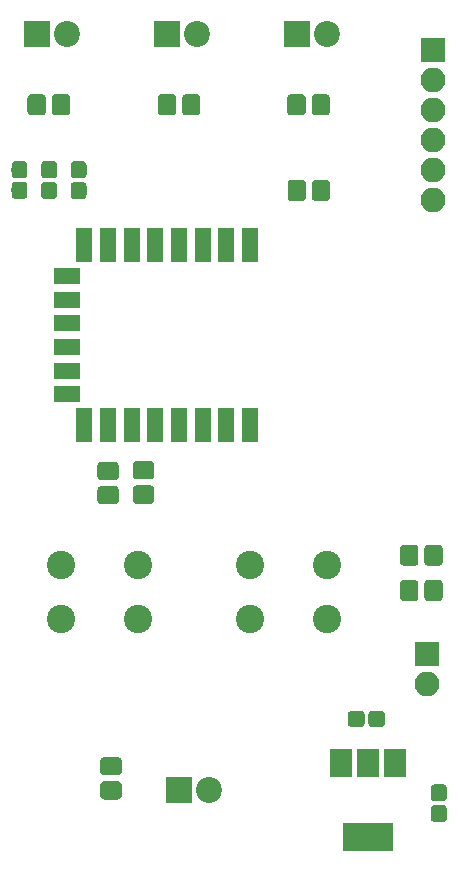
<source format=gbr>
G04 #@! TF.GenerationSoftware,KiCad,Pcbnew,(5.0.0)*
G04 #@! TF.CreationDate,2020-08-07T11:04:04-05:00*
G04 #@! TF.ProjectId,Church Controller,43687572636820436F6E74726F6C6C65,rev?*
G04 #@! TF.SameCoordinates,Original*
G04 #@! TF.FileFunction,Soldermask,Top*
G04 #@! TF.FilePolarity,Negative*
%FSLAX46Y46*%
G04 Gerber Fmt 4.6, Leading zero omitted, Abs format (unit mm)*
G04 Created by KiCad (PCBNEW (5.0.0)) date 08/07/20 11:04:04*
%MOMM*%
%LPD*%
G01*
G04 APERTURE LIST*
%ADD10C,0.100000*%
%ADD11C,1.350000*%
%ADD12R,2.200000X2.200000*%
%ADD13C,2.200000*%
%ADD14R,2.100000X2.100000*%
%ADD15O,2.100000X2.100000*%
%ADD16C,1.550000*%
%ADD17C,2.400000*%
%ADD18R,4.200000X2.400000*%
%ADD19R,1.900000X2.400000*%
%ADD20R,1.400000X2.900000*%
%ADD21R,2.200000X1.400000*%
G04 APERTURE END LIST*
D10*
G04 #@! TO.C,C1*
G36*
X144420581Y-118326625D02*
X144453343Y-118331485D01*
X144485471Y-118339533D01*
X144516656Y-118350691D01*
X144546596Y-118364852D01*
X144575005Y-118381879D01*
X144601608Y-118401609D01*
X144626149Y-118423851D01*
X144648391Y-118448392D01*
X144668121Y-118474995D01*
X144685148Y-118503404D01*
X144699309Y-118533344D01*
X144710467Y-118564529D01*
X144718515Y-118596657D01*
X144723375Y-118629419D01*
X144725000Y-118662500D01*
X144725000Y-119337500D01*
X144723375Y-119370581D01*
X144718515Y-119403343D01*
X144710467Y-119435471D01*
X144699309Y-119466656D01*
X144685148Y-119496596D01*
X144668121Y-119525005D01*
X144648391Y-119551608D01*
X144626149Y-119576149D01*
X144601608Y-119598391D01*
X144575005Y-119618121D01*
X144546596Y-119635148D01*
X144516656Y-119649309D01*
X144485471Y-119660467D01*
X144453343Y-119668515D01*
X144420581Y-119673375D01*
X144387500Y-119675000D01*
X143612500Y-119675000D01*
X143579419Y-119673375D01*
X143546657Y-119668515D01*
X143514529Y-119660467D01*
X143483344Y-119649309D01*
X143453404Y-119635148D01*
X143424995Y-119618121D01*
X143398392Y-119598391D01*
X143373851Y-119576149D01*
X143351609Y-119551608D01*
X143331879Y-119525005D01*
X143314852Y-119496596D01*
X143300691Y-119466656D01*
X143289533Y-119435471D01*
X143281485Y-119403343D01*
X143276625Y-119370581D01*
X143275000Y-119337500D01*
X143275000Y-118662500D01*
X143276625Y-118629419D01*
X143281485Y-118596657D01*
X143289533Y-118564529D01*
X143300691Y-118533344D01*
X143314852Y-118503404D01*
X143331879Y-118474995D01*
X143351609Y-118448392D01*
X143373851Y-118423851D01*
X143398392Y-118401609D01*
X143424995Y-118381879D01*
X143453404Y-118364852D01*
X143483344Y-118350691D01*
X143514529Y-118339533D01*
X143546657Y-118331485D01*
X143579419Y-118326625D01*
X143612500Y-118325000D01*
X144387500Y-118325000D01*
X144420581Y-118326625D01*
X144420581Y-118326625D01*
G37*
D11*
X144000000Y-119000000D03*
D10*
G36*
X146170581Y-118326625D02*
X146203343Y-118331485D01*
X146235471Y-118339533D01*
X146266656Y-118350691D01*
X146296596Y-118364852D01*
X146325005Y-118381879D01*
X146351608Y-118401609D01*
X146376149Y-118423851D01*
X146398391Y-118448392D01*
X146418121Y-118474995D01*
X146435148Y-118503404D01*
X146449309Y-118533344D01*
X146460467Y-118564529D01*
X146468515Y-118596657D01*
X146473375Y-118629419D01*
X146475000Y-118662500D01*
X146475000Y-119337500D01*
X146473375Y-119370581D01*
X146468515Y-119403343D01*
X146460467Y-119435471D01*
X146449309Y-119466656D01*
X146435148Y-119496596D01*
X146418121Y-119525005D01*
X146398391Y-119551608D01*
X146376149Y-119576149D01*
X146351608Y-119598391D01*
X146325005Y-119618121D01*
X146296596Y-119635148D01*
X146266656Y-119649309D01*
X146235471Y-119660467D01*
X146203343Y-119668515D01*
X146170581Y-119673375D01*
X146137500Y-119675000D01*
X145362500Y-119675000D01*
X145329419Y-119673375D01*
X145296657Y-119668515D01*
X145264529Y-119660467D01*
X145233344Y-119649309D01*
X145203404Y-119635148D01*
X145174995Y-119618121D01*
X145148392Y-119598391D01*
X145123851Y-119576149D01*
X145101609Y-119551608D01*
X145081879Y-119525005D01*
X145064852Y-119496596D01*
X145050691Y-119466656D01*
X145039533Y-119435471D01*
X145031485Y-119403343D01*
X145026625Y-119370581D01*
X145025000Y-119337500D01*
X145025000Y-118662500D01*
X145026625Y-118629419D01*
X145031485Y-118596657D01*
X145039533Y-118564529D01*
X145050691Y-118533344D01*
X145064852Y-118503404D01*
X145081879Y-118474995D01*
X145101609Y-118448392D01*
X145123851Y-118423851D01*
X145148392Y-118401609D01*
X145174995Y-118381879D01*
X145203404Y-118364852D01*
X145233344Y-118350691D01*
X145264529Y-118339533D01*
X145296657Y-118331485D01*
X145329419Y-118326625D01*
X145362500Y-118325000D01*
X146137500Y-118325000D01*
X146170581Y-118326625D01*
X146170581Y-118326625D01*
G37*
D11*
X145750000Y-119000000D03*
G04 #@! TD*
D10*
G04 #@! TO.C,C2*
G36*
X151370581Y-124526625D02*
X151403343Y-124531485D01*
X151435471Y-124539533D01*
X151466656Y-124550691D01*
X151496596Y-124564852D01*
X151525005Y-124581879D01*
X151551608Y-124601609D01*
X151576149Y-124623851D01*
X151598391Y-124648392D01*
X151618121Y-124674995D01*
X151635148Y-124703404D01*
X151649309Y-124733344D01*
X151660467Y-124764529D01*
X151668515Y-124796657D01*
X151673375Y-124829419D01*
X151675000Y-124862500D01*
X151675000Y-125637500D01*
X151673375Y-125670581D01*
X151668515Y-125703343D01*
X151660467Y-125735471D01*
X151649309Y-125766656D01*
X151635148Y-125796596D01*
X151618121Y-125825005D01*
X151598391Y-125851608D01*
X151576149Y-125876149D01*
X151551608Y-125898391D01*
X151525005Y-125918121D01*
X151496596Y-125935148D01*
X151466656Y-125949309D01*
X151435471Y-125960467D01*
X151403343Y-125968515D01*
X151370581Y-125973375D01*
X151337500Y-125975000D01*
X150662500Y-125975000D01*
X150629419Y-125973375D01*
X150596657Y-125968515D01*
X150564529Y-125960467D01*
X150533344Y-125949309D01*
X150503404Y-125935148D01*
X150474995Y-125918121D01*
X150448392Y-125898391D01*
X150423851Y-125876149D01*
X150401609Y-125851608D01*
X150381879Y-125825005D01*
X150364852Y-125796596D01*
X150350691Y-125766656D01*
X150339533Y-125735471D01*
X150331485Y-125703343D01*
X150326625Y-125670581D01*
X150325000Y-125637500D01*
X150325000Y-124862500D01*
X150326625Y-124829419D01*
X150331485Y-124796657D01*
X150339533Y-124764529D01*
X150350691Y-124733344D01*
X150364852Y-124703404D01*
X150381879Y-124674995D01*
X150401609Y-124648392D01*
X150423851Y-124623851D01*
X150448392Y-124601609D01*
X150474995Y-124581879D01*
X150503404Y-124564852D01*
X150533344Y-124550691D01*
X150564529Y-124539533D01*
X150596657Y-124531485D01*
X150629419Y-124526625D01*
X150662500Y-124525000D01*
X151337500Y-124525000D01*
X151370581Y-124526625D01*
X151370581Y-124526625D01*
G37*
D11*
X151000000Y-125250000D03*
D10*
G36*
X151370581Y-126276625D02*
X151403343Y-126281485D01*
X151435471Y-126289533D01*
X151466656Y-126300691D01*
X151496596Y-126314852D01*
X151525005Y-126331879D01*
X151551608Y-126351609D01*
X151576149Y-126373851D01*
X151598391Y-126398392D01*
X151618121Y-126424995D01*
X151635148Y-126453404D01*
X151649309Y-126483344D01*
X151660467Y-126514529D01*
X151668515Y-126546657D01*
X151673375Y-126579419D01*
X151675000Y-126612500D01*
X151675000Y-127387500D01*
X151673375Y-127420581D01*
X151668515Y-127453343D01*
X151660467Y-127485471D01*
X151649309Y-127516656D01*
X151635148Y-127546596D01*
X151618121Y-127575005D01*
X151598391Y-127601608D01*
X151576149Y-127626149D01*
X151551608Y-127648391D01*
X151525005Y-127668121D01*
X151496596Y-127685148D01*
X151466656Y-127699309D01*
X151435471Y-127710467D01*
X151403343Y-127718515D01*
X151370581Y-127723375D01*
X151337500Y-127725000D01*
X150662500Y-127725000D01*
X150629419Y-127723375D01*
X150596657Y-127718515D01*
X150564529Y-127710467D01*
X150533344Y-127699309D01*
X150503404Y-127685148D01*
X150474995Y-127668121D01*
X150448392Y-127648391D01*
X150423851Y-127626149D01*
X150401609Y-127601608D01*
X150381879Y-127575005D01*
X150364852Y-127546596D01*
X150350691Y-127516656D01*
X150339533Y-127485471D01*
X150331485Y-127453343D01*
X150326625Y-127420581D01*
X150325000Y-127387500D01*
X150325000Y-126612500D01*
X150326625Y-126579419D01*
X150331485Y-126546657D01*
X150339533Y-126514529D01*
X150350691Y-126483344D01*
X150364852Y-126453404D01*
X150381879Y-126424995D01*
X150401609Y-126398392D01*
X150423851Y-126373851D01*
X150448392Y-126351609D01*
X150474995Y-126331879D01*
X150503404Y-126314852D01*
X150533344Y-126300691D01*
X150564529Y-126289533D01*
X150596657Y-126281485D01*
X150629419Y-126276625D01*
X150662500Y-126275000D01*
X151337500Y-126275000D01*
X151370581Y-126276625D01*
X151370581Y-126276625D01*
G37*
D11*
X151000000Y-127000000D03*
G04 #@! TD*
D10*
G04 #@! TO.C,C3*
G36*
X120870581Y-71776625D02*
X120903343Y-71781485D01*
X120935471Y-71789533D01*
X120966656Y-71800691D01*
X120996596Y-71814852D01*
X121025005Y-71831879D01*
X121051608Y-71851609D01*
X121076149Y-71873851D01*
X121098391Y-71898392D01*
X121118121Y-71924995D01*
X121135148Y-71953404D01*
X121149309Y-71983344D01*
X121160467Y-72014529D01*
X121168515Y-72046657D01*
X121173375Y-72079419D01*
X121175000Y-72112500D01*
X121175000Y-72887500D01*
X121173375Y-72920581D01*
X121168515Y-72953343D01*
X121160467Y-72985471D01*
X121149309Y-73016656D01*
X121135148Y-73046596D01*
X121118121Y-73075005D01*
X121098391Y-73101608D01*
X121076149Y-73126149D01*
X121051608Y-73148391D01*
X121025005Y-73168121D01*
X120996596Y-73185148D01*
X120966656Y-73199309D01*
X120935471Y-73210467D01*
X120903343Y-73218515D01*
X120870581Y-73223375D01*
X120837500Y-73225000D01*
X120162500Y-73225000D01*
X120129419Y-73223375D01*
X120096657Y-73218515D01*
X120064529Y-73210467D01*
X120033344Y-73199309D01*
X120003404Y-73185148D01*
X119974995Y-73168121D01*
X119948392Y-73148391D01*
X119923851Y-73126149D01*
X119901609Y-73101608D01*
X119881879Y-73075005D01*
X119864852Y-73046596D01*
X119850691Y-73016656D01*
X119839533Y-72985471D01*
X119831485Y-72953343D01*
X119826625Y-72920581D01*
X119825000Y-72887500D01*
X119825000Y-72112500D01*
X119826625Y-72079419D01*
X119831485Y-72046657D01*
X119839533Y-72014529D01*
X119850691Y-71983344D01*
X119864852Y-71953404D01*
X119881879Y-71924995D01*
X119901609Y-71898392D01*
X119923851Y-71873851D01*
X119948392Y-71851609D01*
X119974995Y-71831879D01*
X120003404Y-71814852D01*
X120033344Y-71800691D01*
X120064529Y-71789533D01*
X120096657Y-71781485D01*
X120129419Y-71776625D01*
X120162500Y-71775000D01*
X120837500Y-71775000D01*
X120870581Y-71776625D01*
X120870581Y-71776625D01*
G37*
D11*
X120500000Y-72500000D03*
D10*
G36*
X120870581Y-73526625D02*
X120903343Y-73531485D01*
X120935471Y-73539533D01*
X120966656Y-73550691D01*
X120996596Y-73564852D01*
X121025005Y-73581879D01*
X121051608Y-73601609D01*
X121076149Y-73623851D01*
X121098391Y-73648392D01*
X121118121Y-73674995D01*
X121135148Y-73703404D01*
X121149309Y-73733344D01*
X121160467Y-73764529D01*
X121168515Y-73796657D01*
X121173375Y-73829419D01*
X121175000Y-73862500D01*
X121175000Y-74637500D01*
X121173375Y-74670581D01*
X121168515Y-74703343D01*
X121160467Y-74735471D01*
X121149309Y-74766656D01*
X121135148Y-74796596D01*
X121118121Y-74825005D01*
X121098391Y-74851608D01*
X121076149Y-74876149D01*
X121051608Y-74898391D01*
X121025005Y-74918121D01*
X120996596Y-74935148D01*
X120966656Y-74949309D01*
X120935471Y-74960467D01*
X120903343Y-74968515D01*
X120870581Y-74973375D01*
X120837500Y-74975000D01*
X120162500Y-74975000D01*
X120129419Y-74973375D01*
X120096657Y-74968515D01*
X120064529Y-74960467D01*
X120033344Y-74949309D01*
X120003404Y-74935148D01*
X119974995Y-74918121D01*
X119948392Y-74898391D01*
X119923851Y-74876149D01*
X119901609Y-74851608D01*
X119881879Y-74825005D01*
X119864852Y-74796596D01*
X119850691Y-74766656D01*
X119839533Y-74735471D01*
X119831485Y-74703343D01*
X119826625Y-74670581D01*
X119825000Y-74637500D01*
X119825000Y-73862500D01*
X119826625Y-73829419D01*
X119831485Y-73796657D01*
X119839533Y-73764529D01*
X119850691Y-73733344D01*
X119864852Y-73703404D01*
X119881879Y-73674995D01*
X119901609Y-73648392D01*
X119923851Y-73623851D01*
X119948392Y-73601609D01*
X119974995Y-73581879D01*
X120003404Y-73564852D01*
X120033344Y-73550691D01*
X120064529Y-73539533D01*
X120096657Y-73531485D01*
X120129419Y-73526625D01*
X120162500Y-73525000D01*
X120837500Y-73525000D01*
X120870581Y-73526625D01*
X120870581Y-73526625D01*
G37*
D11*
X120500000Y-74250000D03*
G04 #@! TD*
D10*
G04 #@! TO.C,C4*
G36*
X118370581Y-73526625D02*
X118403343Y-73531485D01*
X118435471Y-73539533D01*
X118466656Y-73550691D01*
X118496596Y-73564852D01*
X118525005Y-73581879D01*
X118551608Y-73601609D01*
X118576149Y-73623851D01*
X118598391Y-73648392D01*
X118618121Y-73674995D01*
X118635148Y-73703404D01*
X118649309Y-73733344D01*
X118660467Y-73764529D01*
X118668515Y-73796657D01*
X118673375Y-73829419D01*
X118675000Y-73862500D01*
X118675000Y-74637500D01*
X118673375Y-74670581D01*
X118668515Y-74703343D01*
X118660467Y-74735471D01*
X118649309Y-74766656D01*
X118635148Y-74796596D01*
X118618121Y-74825005D01*
X118598391Y-74851608D01*
X118576149Y-74876149D01*
X118551608Y-74898391D01*
X118525005Y-74918121D01*
X118496596Y-74935148D01*
X118466656Y-74949309D01*
X118435471Y-74960467D01*
X118403343Y-74968515D01*
X118370581Y-74973375D01*
X118337500Y-74975000D01*
X117662500Y-74975000D01*
X117629419Y-74973375D01*
X117596657Y-74968515D01*
X117564529Y-74960467D01*
X117533344Y-74949309D01*
X117503404Y-74935148D01*
X117474995Y-74918121D01*
X117448392Y-74898391D01*
X117423851Y-74876149D01*
X117401609Y-74851608D01*
X117381879Y-74825005D01*
X117364852Y-74796596D01*
X117350691Y-74766656D01*
X117339533Y-74735471D01*
X117331485Y-74703343D01*
X117326625Y-74670581D01*
X117325000Y-74637500D01*
X117325000Y-73862500D01*
X117326625Y-73829419D01*
X117331485Y-73796657D01*
X117339533Y-73764529D01*
X117350691Y-73733344D01*
X117364852Y-73703404D01*
X117381879Y-73674995D01*
X117401609Y-73648392D01*
X117423851Y-73623851D01*
X117448392Y-73601609D01*
X117474995Y-73581879D01*
X117503404Y-73564852D01*
X117533344Y-73550691D01*
X117564529Y-73539533D01*
X117596657Y-73531485D01*
X117629419Y-73526625D01*
X117662500Y-73525000D01*
X118337500Y-73525000D01*
X118370581Y-73526625D01*
X118370581Y-73526625D01*
G37*
D11*
X118000000Y-74250000D03*
D10*
G36*
X118370581Y-71776625D02*
X118403343Y-71781485D01*
X118435471Y-71789533D01*
X118466656Y-71800691D01*
X118496596Y-71814852D01*
X118525005Y-71831879D01*
X118551608Y-71851609D01*
X118576149Y-71873851D01*
X118598391Y-71898392D01*
X118618121Y-71924995D01*
X118635148Y-71953404D01*
X118649309Y-71983344D01*
X118660467Y-72014529D01*
X118668515Y-72046657D01*
X118673375Y-72079419D01*
X118675000Y-72112500D01*
X118675000Y-72887500D01*
X118673375Y-72920581D01*
X118668515Y-72953343D01*
X118660467Y-72985471D01*
X118649309Y-73016656D01*
X118635148Y-73046596D01*
X118618121Y-73075005D01*
X118598391Y-73101608D01*
X118576149Y-73126149D01*
X118551608Y-73148391D01*
X118525005Y-73168121D01*
X118496596Y-73185148D01*
X118466656Y-73199309D01*
X118435471Y-73210467D01*
X118403343Y-73218515D01*
X118370581Y-73223375D01*
X118337500Y-73225000D01*
X117662500Y-73225000D01*
X117629419Y-73223375D01*
X117596657Y-73218515D01*
X117564529Y-73210467D01*
X117533344Y-73199309D01*
X117503404Y-73185148D01*
X117474995Y-73168121D01*
X117448392Y-73148391D01*
X117423851Y-73126149D01*
X117401609Y-73101608D01*
X117381879Y-73075005D01*
X117364852Y-73046596D01*
X117350691Y-73016656D01*
X117339533Y-72985471D01*
X117331485Y-72953343D01*
X117326625Y-72920581D01*
X117325000Y-72887500D01*
X117325000Y-72112500D01*
X117326625Y-72079419D01*
X117331485Y-72046657D01*
X117339533Y-72014529D01*
X117350691Y-71983344D01*
X117364852Y-71953404D01*
X117381879Y-71924995D01*
X117401609Y-71898392D01*
X117423851Y-71873851D01*
X117448392Y-71851609D01*
X117474995Y-71831879D01*
X117503404Y-71814852D01*
X117533344Y-71800691D01*
X117564529Y-71789533D01*
X117596657Y-71781485D01*
X117629419Y-71776625D01*
X117662500Y-71775000D01*
X118337500Y-71775000D01*
X118370581Y-71776625D01*
X118370581Y-71776625D01*
G37*
D11*
X118000000Y-72500000D03*
G04 #@! TD*
D10*
G04 #@! TO.C,C5*
G36*
X115870581Y-71774460D02*
X115903343Y-71779320D01*
X115935471Y-71787368D01*
X115966656Y-71798526D01*
X115996596Y-71812687D01*
X116025005Y-71829714D01*
X116051608Y-71849444D01*
X116076149Y-71871686D01*
X116098391Y-71896227D01*
X116118121Y-71922830D01*
X116135148Y-71951239D01*
X116149309Y-71981179D01*
X116160467Y-72012364D01*
X116168515Y-72044492D01*
X116173375Y-72077254D01*
X116175000Y-72110335D01*
X116175000Y-72885335D01*
X116173375Y-72918416D01*
X116168515Y-72951178D01*
X116160467Y-72983306D01*
X116149309Y-73014491D01*
X116135148Y-73044431D01*
X116118121Y-73072840D01*
X116098391Y-73099443D01*
X116076149Y-73123984D01*
X116051608Y-73146226D01*
X116025005Y-73165956D01*
X115996596Y-73182983D01*
X115966656Y-73197144D01*
X115935471Y-73208302D01*
X115903343Y-73216350D01*
X115870581Y-73221210D01*
X115837500Y-73222835D01*
X115162500Y-73222835D01*
X115129419Y-73221210D01*
X115096657Y-73216350D01*
X115064529Y-73208302D01*
X115033344Y-73197144D01*
X115003404Y-73182983D01*
X114974995Y-73165956D01*
X114948392Y-73146226D01*
X114923851Y-73123984D01*
X114901609Y-73099443D01*
X114881879Y-73072840D01*
X114864852Y-73044431D01*
X114850691Y-73014491D01*
X114839533Y-72983306D01*
X114831485Y-72951178D01*
X114826625Y-72918416D01*
X114825000Y-72885335D01*
X114825000Y-72110335D01*
X114826625Y-72077254D01*
X114831485Y-72044492D01*
X114839533Y-72012364D01*
X114850691Y-71981179D01*
X114864852Y-71951239D01*
X114881879Y-71922830D01*
X114901609Y-71896227D01*
X114923851Y-71871686D01*
X114948392Y-71849444D01*
X114974995Y-71829714D01*
X115003404Y-71812687D01*
X115033344Y-71798526D01*
X115064529Y-71787368D01*
X115096657Y-71779320D01*
X115129419Y-71774460D01*
X115162500Y-71772835D01*
X115837500Y-71772835D01*
X115870581Y-71774460D01*
X115870581Y-71774460D01*
G37*
D11*
X115500000Y-72497835D03*
D10*
G36*
X115870581Y-73524460D02*
X115903343Y-73529320D01*
X115935471Y-73537368D01*
X115966656Y-73548526D01*
X115996596Y-73562687D01*
X116025005Y-73579714D01*
X116051608Y-73599444D01*
X116076149Y-73621686D01*
X116098391Y-73646227D01*
X116118121Y-73672830D01*
X116135148Y-73701239D01*
X116149309Y-73731179D01*
X116160467Y-73762364D01*
X116168515Y-73794492D01*
X116173375Y-73827254D01*
X116175000Y-73860335D01*
X116175000Y-74635335D01*
X116173375Y-74668416D01*
X116168515Y-74701178D01*
X116160467Y-74733306D01*
X116149309Y-74764491D01*
X116135148Y-74794431D01*
X116118121Y-74822840D01*
X116098391Y-74849443D01*
X116076149Y-74873984D01*
X116051608Y-74896226D01*
X116025005Y-74915956D01*
X115996596Y-74932983D01*
X115966656Y-74947144D01*
X115935471Y-74958302D01*
X115903343Y-74966350D01*
X115870581Y-74971210D01*
X115837500Y-74972835D01*
X115162500Y-74972835D01*
X115129419Y-74971210D01*
X115096657Y-74966350D01*
X115064529Y-74958302D01*
X115033344Y-74947144D01*
X115003404Y-74932983D01*
X114974995Y-74915956D01*
X114948392Y-74896226D01*
X114923851Y-74873984D01*
X114901609Y-74849443D01*
X114881879Y-74822840D01*
X114864852Y-74794431D01*
X114850691Y-74764491D01*
X114839533Y-74733306D01*
X114831485Y-74701178D01*
X114826625Y-74668416D01*
X114825000Y-74635335D01*
X114825000Y-73860335D01*
X114826625Y-73827254D01*
X114831485Y-73794492D01*
X114839533Y-73762364D01*
X114850691Y-73731179D01*
X114864852Y-73701239D01*
X114881879Y-73672830D01*
X114901609Y-73646227D01*
X114923851Y-73621686D01*
X114948392Y-73599444D01*
X114974995Y-73579714D01*
X115003404Y-73562687D01*
X115033344Y-73548526D01*
X115064529Y-73537368D01*
X115096657Y-73529320D01*
X115129419Y-73524460D01*
X115162500Y-73522835D01*
X115837500Y-73522835D01*
X115870581Y-73524460D01*
X115870581Y-73524460D01*
G37*
D11*
X115500000Y-74247835D03*
G04 #@! TD*
D12*
G04 #@! TO.C,D1*
X117000000Y-61000000D03*
D13*
X119540000Y-61000000D03*
G04 #@! TD*
D12*
G04 #@! TO.C,D2*
X128000000Y-61000000D03*
D13*
X130540000Y-61000000D03*
G04 #@! TD*
G04 #@! TO.C,D3*
X141540000Y-61000000D03*
D12*
X139000000Y-61000000D03*
G04 #@! TD*
D13*
G04 #@! TO.C,D4*
X131540000Y-125000000D03*
D12*
X129000000Y-125000000D03*
G04 #@! TD*
D14*
G04 #@! TO.C,J1*
X150000000Y-113460000D03*
D15*
X150000000Y-116000000D03*
G04 #@! TD*
D10*
G04 #@! TO.C,R1*
G36*
X139446071Y-73351623D02*
X139478781Y-73356475D01*
X139510857Y-73364509D01*
X139541991Y-73375649D01*
X139571884Y-73389787D01*
X139600247Y-73406787D01*
X139626807Y-73426485D01*
X139651308Y-73448692D01*
X139673515Y-73473193D01*
X139693213Y-73499753D01*
X139710213Y-73528116D01*
X139724351Y-73558009D01*
X139735491Y-73589143D01*
X139743525Y-73621219D01*
X139748377Y-73653929D01*
X139750000Y-73686956D01*
X139750000Y-74813044D01*
X139748377Y-74846071D01*
X139743525Y-74878781D01*
X139735491Y-74910857D01*
X139724351Y-74941991D01*
X139710213Y-74971884D01*
X139693213Y-75000247D01*
X139673515Y-75026807D01*
X139651308Y-75051308D01*
X139626807Y-75073515D01*
X139600247Y-75093213D01*
X139571884Y-75110213D01*
X139541991Y-75124351D01*
X139510857Y-75135491D01*
X139478781Y-75143525D01*
X139446071Y-75148377D01*
X139413044Y-75150000D01*
X138536956Y-75150000D01*
X138503929Y-75148377D01*
X138471219Y-75143525D01*
X138439143Y-75135491D01*
X138408009Y-75124351D01*
X138378116Y-75110213D01*
X138349753Y-75093213D01*
X138323193Y-75073515D01*
X138298692Y-75051308D01*
X138276485Y-75026807D01*
X138256787Y-75000247D01*
X138239787Y-74971884D01*
X138225649Y-74941991D01*
X138214509Y-74910857D01*
X138206475Y-74878781D01*
X138201623Y-74846071D01*
X138200000Y-74813044D01*
X138200000Y-73686956D01*
X138201623Y-73653929D01*
X138206475Y-73621219D01*
X138214509Y-73589143D01*
X138225649Y-73558009D01*
X138239787Y-73528116D01*
X138256787Y-73499753D01*
X138276485Y-73473193D01*
X138298692Y-73448692D01*
X138323193Y-73426485D01*
X138349753Y-73406787D01*
X138378116Y-73389787D01*
X138408009Y-73375649D01*
X138439143Y-73364509D01*
X138471219Y-73356475D01*
X138503929Y-73351623D01*
X138536956Y-73350000D01*
X139413044Y-73350000D01*
X139446071Y-73351623D01*
X139446071Y-73351623D01*
G37*
D16*
X138975000Y-74250000D03*
D10*
G36*
X141496071Y-73351623D02*
X141528781Y-73356475D01*
X141560857Y-73364509D01*
X141591991Y-73375649D01*
X141621884Y-73389787D01*
X141650247Y-73406787D01*
X141676807Y-73426485D01*
X141701308Y-73448692D01*
X141723515Y-73473193D01*
X141743213Y-73499753D01*
X141760213Y-73528116D01*
X141774351Y-73558009D01*
X141785491Y-73589143D01*
X141793525Y-73621219D01*
X141798377Y-73653929D01*
X141800000Y-73686956D01*
X141800000Y-74813044D01*
X141798377Y-74846071D01*
X141793525Y-74878781D01*
X141785491Y-74910857D01*
X141774351Y-74941991D01*
X141760213Y-74971884D01*
X141743213Y-75000247D01*
X141723515Y-75026807D01*
X141701308Y-75051308D01*
X141676807Y-75073515D01*
X141650247Y-75093213D01*
X141621884Y-75110213D01*
X141591991Y-75124351D01*
X141560857Y-75135491D01*
X141528781Y-75143525D01*
X141496071Y-75148377D01*
X141463044Y-75150000D01*
X140586956Y-75150000D01*
X140553929Y-75148377D01*
X140521219Y-75143525D01*
X140489143Y-75135491D01*
X140458009Y-75124351D01*
X140428116Y-75110213D01*
X140399753Y-75093213D01*
X140373193Y-75073515D01*
X140348692Y-75051308D01*
X140326485Y-75026807D01*
X140306787Y-75000247D01*
X140289787Y-74971884D01*
X140275649Y-74941991D01*
X140264509Y-74910857D01*
X140256475Y-74878781D01*
X140251623Y-74846071D01*
X140250000Y-74813044D01*
X140250000Y-73686956D01*
X140251623Y-73653929D01*
X140256475Y-73621219D01*
X140264509Y-73589143D01*
X140275649Y-73558009D01*
X140289787Y-73528116D01*
X140306787Y-73499753D01*
X140326485Y-73473193D01*
X140348692Y-73448692D01*
X140373193Y-73426485D01*
X140399753Y-73406787D01*
X140428116Y-73389787D01*
X140458009Y-73375649D01*
X140489143Y-73364509D01*
X140521219Y-73356475D01*
X140553929Y-73351623D01*
X140586956Y-73350000D01*
X141463044Y-73350000D01*
X141496071Y-73351623D01*
X141496071Y-73351623D01*
G37*
D16*
X141025000Y-74250000D03*
G04 #@! TD*
D10*
G04 #@! TO.C,R3*
G36*
X123596071Y-97226623D02*
X123628781Y-97231475D01*
X123660857Y-97239509D01*
X123691991Y-97250649D01*
X123721884Y-97264787D01*
X123750247Y-97281787D01*
X123776807Y-97301485D01*
X123801308Y-97323692D01*
X123823515Y-97348193D01*
X123843213Y-97374753D01*
X123860213Y-97403116D01*
X123874351Y-97433009D01*
X123885491Y-97464143D01*
X123893525Y-97496219D01*
X123898377Y-97528929D01*
X123900000Y-97561956D01*
X123900000Y-98438044D01*
X123898377Y-98471071D01*
X123893525Y-98503781D01*
X123885491Y-98535857D01*
X123874351Y-98566991D01*
X123860213Y-98596884D01*
X123843213Y-98625247D01*
X123823515Y-98651807D01*
X123801308Y-98676308D01*
X123776807Y-98698515D01*
X123750247Y-98718213D01*
X123721884Y-98735213D01*
X123691991Y-98749351D01*
X123660857Y-98760491D01*
X123628781Y-98768525D01*
X123596071Y-98773377D01*
X123563044Y-98775000D01*
X122436956Y-98775000D01*
X122403929Y-98773377D01*
X122371219Y-98768525D01*
X122339143Y-98760491D01*
X122308009Y-98749351D01*
X122278116Y-98735213D01*
X122249753Y-98718213D01*
X122223193Y-98698515D01*
X122198692Y-98676308D01*
X122176485Y-98651807D01*
X122156787Y-98625247D01*
X122139787Y-98596884D01*
X122125649Y-98566991D01*
X122114509Y-98535857D01*
X122106475Y-98503781D01*
X122101623Y-98471071D01*
X122100000Y-98438044D01*
X122100000Y-97561956D01*
X122101623Y-97528929D01*
X122106475Y-97496219D01*
X122114509Y-97464143D01*
X122125649Y-97433009D01*
X122139787Y-97403116D01*
X122156787Y-97374753D01*
X122176485Y-97348193D01*
X122198692Y-97323692D01*
X122223193Y-97301485D01*
X122249753Y-97281787D01*
X122278116Y-97264787D01*
X122308009Y-97250649D01*
X122339143Y-97239509D01*
X122371219Y-97231475D01*
X122403929Y-97226623D01*
X122436956Y-97225000D01*
X123563044Y-97225000D01*
X123596071Y-97226623D01*
X123596071Y-97226623D01*
G37*
D16*
X123000000Y-98000000D03*
D10*
G36*
X123596071Y-99276623D02*
X123628781Y-99281475D01*
X123660857Y-99289509D01*
X123691991Y-99300649D01*
X123721884Y-99314787D01*
X123750247Y-99331787D01*
X123776807Y-99351485D01*
X123801308Y-99373692D01*
X123823515Y-99398193D01*
X123843213Y-99424753D01*
X123860213Y-99453116D01*
X123874351Y-99483009D01*
X123885491Y-99514143D01*
X123893525Y-99546219D01*
X123898377Y-99578929D01*
X123900000Y-99611956D01*
X123900000Y-100488044D01*
X123898377Y-100521071D01*
X123893525Y-100553781D01*
X123885491Y-100585857D01*
X123874351Y-100616991D01*
X123860213Y-100646884D01*
X123843213Y-100675247D01*
X123823515Y-100701807D01*
X123801308Y-100726308D01*
X123776807Y-100748515D01*
X123750247Y-100768213D01*
X123721884Y-100785213D01*
X123691991Y-100799351D01*
X123660857Y-100810491D01*
X123628781Y-100818525D01*
X123596071Y-100823377D01*
X123563044Y-100825000D01*
X122436956Y-100825000D01*
X122403929Y-100823377D01*
X122371219Y-100818525D01*
X122339143Y-100810491D01*
X122308009Y-100799351D01*
X122278116Y-100785213D01*
X122249753Y-100768213D01*
X122223193Y-100748515D01*
X122198692Y-100726308D01*
X122176485Y-100701807D01*
X122156787Y-100675247D01*
X122139787Y-100646884D01*
X122125649Y-100616991D01*
X122114509Y-100585857D01*
X122106475Y-100553781D01*
X122101623Y-100521071D01*
X122100000Y-100488044D01*
X122100000Y-99611956D01*
X122101623Y-99578929D01*
X122106475Y-99546219D01*
X122114509Y-99514143D01*
X122125649Y-99483009D01*
X122139787Y-99453116D01*
X122156787Y-99424753D01*
X122176485Y-99398193D01*
X122198692Y-99373692D01*
X122223193Y-99351485D01*
X122249753Y-99331787D01*
X122278116Y-99314787D01*
X122308009Y-99300649D01*
X122339143Y-99289509D01*
X122371219Y-99281475D01*
X122403929Y-99276623D01*
X122436956Y-99275000D01*
X123563044Y-99275000D01*
X123596071Y-99276623D01*
X123596071Y-99276623D01*
G37*
D16*
X123000000Y-100050000D03*
G04 #@! TD*
D10*
G04 #@! TO.C,R4*
G36*
X126596071Y-99226623D02*
X126628781Y-99231475D01*
X126660857Y-99239509D01*
X126691991Y-99250649D01*
X126721884Y-99264787D01*
X126750247Y-99281787D01*
X126776807Y-99301485D01*
X126801308Y-99323692D01*
X126823515Y-99348193D01*
X126843213Y-99374753D01*
X126860213Y-99403116D01*
X126874351Y-99433009D01*
X126885491Y-99464143D01*
X126893525Y-99496219D01*
X126898377Y-99528929D01*
X126900000Y-99561956D01*
X126900000Y-100438044D01*
X126898377Y-100471071D01*
X126893525Y-100503781D01*
X126885491Y-100535857D01*
X126874351Y-100566991D01*
X126860213Y-100596884D01*
X126843213Y-100625247D01*
X126823515Y-100651807D01*
X126801308Y-100676308D01*
X126776807Y-100698515D01*
X126750247Y-100718213D01*
X126721884Y-100735213D01*
X126691991Y-100749351D01*
X126660857Y-100760491D01*
X126628781Y-100768525D01*
X126596071Y-100773377D01*
X126563044Y-100775000D01*
X125436956Y-100775000D01*
X125403929Y-100773377D01*
X125371219Y-100768525D01*
X125339143Y-100760491D01*
X125308009Y-100749351D01*
X125278116Y-100735213D01*
X125249753Y-100718213D01*
X125223193Y-100698515D01*
X125198692Y-100676308D01*
X125176485Y-100651807D01*
X125156787Y-100625247D01*
X125139787Y-100596884D01*
X125125649Y-100566991D01*
X125114509Y-100535857D01*
X125106475Y-100503781D01*
X125101623Y-100471071D01*
X125100000Y-100438044D01*
X125100000Y-99561956D01*
X125101623Y-99528929D01*
X125106475Y-99496219D01*
X125114509Y-99464143D01*
X125125649Y-99433009D01*
X125139787Y-99403116D01*
X125156787Y-99374753D01*
X125176485Y-99348193D01*
X125198692Y-99323692D01*
X125223193Y-99301485D01*
X125249753Y-99281787D01*
X125278116Y-99264787D01*
X125308009Y-99250649D01*
X125339143Y-99239509D01*
X125371219Y-99231475D01*
X125403929Y-99226623D01*
X125436956Y-99225000D01*
X126563044Y-99225000D01*
X126596071Y-99226623D01*
X126596071Y-99226623D01*
G37*
D16*
X126000000Y-100000000D03*
D10*
G36*
X126596071Y-97176623D02*
X126628781Y-97181475D01*
X126660857Y-97189509D01*
X126691991Y-97200649D01*
X126721884Y-97214787D01*
X126750247Y-97231787D01*
X126776807Y-97251485D01*
X126801308Y-97273692D01*
X126823515Y-97298193D01*
X126843213Y-97324753D01*
X126860213Y-97353116D01*
X126874351Y-97383009D01*
X126885491Y-97414143D01*
X126893525Y-97446219D01*
X126898377Y-97478929D01*
X126900000Y-97511956D01*
X126900000Y-98388044D01*
X126898377Y-98421071D01*
X126893525Y-98453781D01*
X126885491Y-98485857D01*
X126874351Y-98516991D01*
X126860213Y-98546884D01*
X126843213Y-98575247D01*
X126823515Y-98601807D01*
X126801308Y-98626308D01*
X126776807Y-98648515D01*
X126750247Y-98668213D01*
X126721884Y-98685213D01*
X126691991Y-98699351D01*
X126660857Y-98710491D01*
X126628781Y-98718525D01*
X126596071Y-98723377D01*
X126563044Y-98725000D01*
X125436956Y-98725000D01*
X125403929Y-98723377D01*
X125371219Y-98718525D01*
X125339143Y-98710491D01*
X125308009Y-98699351D01*
X125278116Y-98685213D01*
X125249753Y-98668213D01*
X125223193Y-98648515D01*
X125198692Y-98626308D01*
X125176485Y-98601807D01*
X125156787Y-98575247D01*
X125139787Y-98546884D01*
X125125649Y-98516991D01*
X125114509Y-98485857D01*
X125106475Y-98453781D01*
X125101623Y-98421071D01*
X125100000Y-98388044D01*
X125100000Y-97511956D01*
X125101623Y-97478929D01*
X125106475Y-97446219D01*
X125114509Y-97414143D01*
X125125649Y-97383009D01*
X125139787Y-97353116D01*
X125156787Y-97324753D01*
X125176485Y-97298193D01*
X125198692Y-97273692D01*
X125223193Y-97251485D01*
X125249753Y-97231787D01*
X125278116Y-97214787D01*
X125308009Y-97200649D01*
X125339143Y-97189509D01*
X125371219Y-97181475D01*
X125403929Y-97176623D01*
X125436956Y-97175000D01*
X126563044Y-97175000D01*
X126596071Y-97176623D01*
X126596071Y-97176623D01*
G37*
D16*
X126000000Y-97950000D03*
G04 #@! TD*
D10*
G04 #@! TO.C,R5*
G36*
X117421071Y-66101623D02*
X117453781Y-66106475D01*
X117485857Y-66114509D01*
X117516991Y-66125649D01*
X117546884Y-66139787D01*
X117575247Y-66156787D01*
X117601807Y-66176485D01*
X117626308Y-66198692D01*
X117648515Y-66223193D01*
X117668213Y-66249753D01*
X117685213Y-66278116D01*
X117699351Y-66308009D01*
X117710491Y-66339143D01*
X117718525Y-66371219D01*
X117723377Y-66403929D01*
X117725000Y-66436956D01*
X117725000Y-67563044D01*
X117723377Y-67596071D01*
X117718525Y-67628781D01*
X117710491Y-67660857D01*
X117699351Y-67691991D01*
X117685213Y-67721884D01*
X117668213Y-67750247D01*
X117648515Y-67776807D01*
X117626308Y-67801308D01*
X117601807Y-67823515D01*
X117575247Y-67843213D01*
X117546884Y-67860213D01*
X117516991Y-67874351D01*
X117485857Y-67885491D01*
X117453781Y-67893525D01*
X117421071Y-67898377D01*
X117388044Y-67900000D01*
X116511956Y-67900000D01*
X116478929Y-67898377D01*
X116446219Y-67893525D01*
X116414143Y-67885491D01*
X116383009Y-67874351D01*
X116353116Y-67860213D01*
X116324753Y-67843213D01*
X116298193Y-67823515D01*
X116273692Y-67801308D01*
X116251485Y-67776807D01*
X116231787Y-67750247D01*
X116214787Y-67721884D01*
X116200649Y-67691991D01*
X116189509Y-67660857D01*
X116181475Y-67628781D01*
X116176623Y-67596071D01*
X116175000Y-67563044D01*
X116175000Y-66436956D01*
X116176623Y-66403929D01*
X116181475Y-66371219D01*
X116189509Y-66339143D01*
X116200649Y-66308009D01*
X116214787Y-66278116D01*
X116231787Y-66249753D01*
X116251485Y-66223193D01*
X116273692Y-66198692D01*
X116298193Y-66176485D01*
X116324753Y-66156787D01*
X116353116Y-66139787D01*
X116383009Y-66125649D01*
X116414143Y-66114509D01*
X116446219Y-66106475D01*
X116478929Y-66101623D01*
X116511956Y-66100000D01*
X117388044Y-66100000D01*
X117421071Y-66101623D01*
X117421071Y-66101623D01*
G37*
D16*
X116950000Y-67000000D03*
D10*
G36*
X119471071Y-66101623D02*
X119503781Y-66106475D01*
X119535857Y-66114509D01*
X119566991Y-66125649D01*
X119596884Y-66139787D01*
X119625247Y-66156787D01*
X119651807Y-66176485D01*
X119676308Y-66198692D01*
X119698515Y-66223193D01*
X119718213Y-66249753D01*
X119735213Y-66278116D01*
X119749351Y-66308009D01*
X119760491Y-66339143D01*
X119768525Y-66371219D01*
X119773377Y-66403929D01*
X119775000Y-66436956D01*
X119775000Y-67563044D01*
X119773377Y-67596071D01*
X119768525Y-67628781D01*
X119760491Y-67660857D01*
X119749351Y-67691991D01*
X119735213Y-67721884D01*
X119718213Y-67750247D01*
X119698515Y-67776807D01*
X119676308Y-67801308D01*
X119651807Y-67823515D01*
X119625247Y-67843213D01*
X119596884Y-67860213D01*
X119566991Y-67874351D01*
X119535857Y-67885491D01*
X119503781Y-67893525D01*
X119471071Y-67898377D01*
X119438044Y-67900000D01*
X118561956Y-67900000D01*
X118528929Y-67898377D01*
X118496219Y-67893525D01*
X118464143Y-67885491D01*
X118433009Y-67874351D01*
X118403116Y-67860213D01*
X118374753Y-67843213D01*
X118348193Y-67823515D01*
X118323692Y-67801308D01*
X118301485Y-67776807D01*
X118281787Y-67750247D01*
X118264787Y-67721884D01*
X118250649Y-67691991D01*
X118239509Y-67660857D01*
X118231475Y-67628781D01*
X118226623Y-67596071D01*
X118225000Y-67563044D01*
X118225000Y-66436956D01*
X118226623Y-66403929D01*
X118231475Y-66371219D01*
X118239509Y-66339143D01*
X118250649Y-66308009D01*
X118264787Y-66278116D01*
X118281787Y-66249753D01*
X118301485Y-66223193D01*
X118323692Y-66198692D01*
X118348193Y-66176485D01*
X118374753Y-66156787D01*
X118403116Y-66139787D01*
X118433009Y-66125649D01*
X118464143Y-66114509D01*
X118496219Y-66106475D01*
X118528929Y-66101623D01*
X118561956Y-66100000D01*
X119438044Y-66100000D01*
X119471071Y-66101623D01*
X119471071Y-66101623D01*
G37*
D16*
X119000000Y-67000000D03*
G04 #@! TD*
D10*
G04 #@! TO.C,R6*
G36*
X130521071Y-66101623D02*
X130553781Y-66106475D01*
X130585857Y-66114509D01*
X130616991Y-66125649D01*
X130646884Y-66139787D01*
X130675247Y-66156787D01*
X130701807Y-66176485D01*
X130726308Y-66198692D01*
X130748515Y-66223193D01*
X130768213Y-66249753D01*
X130785213Y-66278116D01*
X130799351Y-66308009D01*
X130810491Y-66339143D01*
X130818525Y-66371219D01*
X130823377Y-66403929D01*
X130825000Y-66436956D01*
X130825000Y-67563044D01*
X130823377Y-67596071D01*
X130818525Y-67628781D01*
X130810491Y-67660857D01*
X130799351Y-67691991D01*
X130785213Y-67721884D01*
X130768213Y-67750247D01*
X130748515Y-67776807D01*
X130726308Y-67801308D01*
X130701807Y-67823515D01*
X130675247Y-67843213D01*
X130646884Y-67860213D01*
X130616991Y-67874351D01*
X130585857Y-67885491D01*
X130553781Y-67893525D01*
X130521071Y-67898377D01*
X130488044Y-67900000D01*
X129611956Y-67900000D01*
X129578929Y-67898377D01*
X129546219Y-67893525D01*
X129514143Y-67885491D01*
X129483009Y-67874351D01*
X129453116Y-67860213D01*
X129424753Y-67843213D01*
X129398193Y-67823515D01*
X129373692Y-67801308D01*
X129351485Y-67776807D01*
X129331787Y-67750247D01*
X129314787Y-67721884D01*
X129300649Y-67691991D01*
X129289509Y-67660857D01*
X129281475Y-67628781D01*
X129276623Y-67596071D01*
X129275000Y-67563044D01*
X129275000Y-66436956D01*
X129276623Y-66403929D01*
X129281475Y-66371219D01*
X129289509Y-66339143D01*
X129300649Y-66308009D01*
X129314787Y-66278116D01*
X129331787Y-66249753D01*
X129351485Y-66223193D01*
X129373692Y-66198692D01*
X129398193Y-66176485D01*
X129424753Y-66156787D01*
X129453116Y-66139787D01*
X129483009Y-66125649D01*
X129514143Y-66114509D01*
X129546219Y-66106475D01*
X129578929Y-66101623D01*
X129611956Y-66100000D01*
X130488044Y-66100000D01*
X130521071Y-66101623D01*
X130521071Y-66101623D01*
G37*
D16*
X130050000Y-67000000D03*
D10*
G36*
X128471071Y-66101623D02*
X128503781Y-66106475D01*
X128535857Y-66114509D01*
X128566991Y-66125649D01*
X128596884Y-66139787D01*
X128625247Y-66156787D01*
X128651807Y-66176485D01*
X128676308Y-66198692D01*
X128698515Y-66223193D01*
X128718213Y-66249753D01*
X128735213Y-66278116D01*
X128749351Y-66308009D01*
X128760491Y-66339143D01*
X128768525Y-66371219D01*
X128773377Y-66403929D01*
X128775000Y-66436956D01*
X128775000Y-67563044D01*
X128773377Y-67596071D01*
X128768525Y-67628781D01*
X128760491Y-67660857D01*
X128749351Y-67691991D01*
X128735213Y-67721884D01*
X128718213Y-67750247D01*
X128698515Y-67776807D01*
X128676308Y-67801308D01*
X128651807Y-67823515D01*
X128625247Y-67843213D01*
X128596884Y-67860213D01*
X128566991Y-67874351D01*
X128535857Y-67885491D01*
X128503781Y-67893525D01*
X128471071Y-67898377D01*
X128438044Y-67900000D01*
X127561956Y-67900000D01*
X127528929Y-67898377D01*
X127496219Y-67893525D01*
X127464143Y-67885491D01*
X127433009Y-67874351D01*
X127403116Y-67860213D01*
X127374753Y-67843213D01*
X127348193Y-67823515D01*
X127323692Y-67801308D01*
X127301485Y-67776807D01*
X127281787Y-67750247D01*
X127264787Y-67721884D01*
X127250649Y-67691991D01*
X127239509Y-67660857D01*
X127231475Y-67628781D01*
X127226623Y-67596071D01*
X127225000Y-67563044D01*
X127225000Y-66436956D01*
X127226623Y-66403929D01*
X127231475Y-66371219D01*
X127239509Y-66339143D01*
X127250649Y-66308009D01*
X127264787Y-66278116D01*
X127281787Y-66249753D01*
X127301485Y-66223193D01*
X127323692Y-66198692D01*
X127348193Y-66176485D01*
X127374753Y-66156787D01*
X127403116Y-66139787D01*
X127433009Y-66125649D01*
X127464143Y-66114509D01*
X127496219Y-66106475D01*
X127528929Y-66101623D01*
X127561956Y-66100000D01*
X128438044Y-66100000D01*
X128471071Y-66101623D01*
X128471071Y-66101623D01*
G37*
D16*
X128000000Y-67000000D03*
G04 #@! TD*
D10*
G04 #@! TO.C,R7*
G36*
X139421071Y-66101623D02*
X139453781Y-66106475D01*
X139485857Y-66114509D01*
X139516991Y-66125649D01*
X139546884Y-66139787D01*
X139575247Y-66156787D01*
X139601807Y-66176485D01*
X139626308Y-66198692D01*
X139648515Y-66223193D01*
X139668213Y-66249753D01*
X139685213Y-66278116D01*
X139699351Y-66308009D01*
X139710491Y-66339143D01*
X139718525Y-66371219D01*
X139723377Y-66403929D01*
X139725000Y-66436956D01*
X139725000Y-67563044D01*
X139723377Y-67596071D01*
X139718525Y-67628781D01*
X139710491Y-67660857D01*
X139699351Y-67691991D01*
X139685213Y-67721884D01*
X139668213Y-67750247D01*
X139648515Y-67776807D01*
X139626308Y-67801308D01*
X139601807Y-67823515D01*
X139575247Y-67843213D01*
X139546884Y-67860213D01*
X139516991Y-67874351D01*
X139485857Y-67885491D01*
X139453781Y-67893525D01*
X139421071Y-67898377D01*
X139388044Y-67900000D01*
X138511956Y-67900000D01*
X138478929Y-67898377D01*
X138446219Y-67893525D01*
X138414143Y-67885491D01*
X138383009Y-67874351D01*
X138353116Y-67860213D01*
X138324753Y-67843213D01*
X138298193Y-67823515D01*
X138273692Y-67801308D01*
X138251485Y-67776807D01*
X138231787Y-67750247D01*
X138214787Y-67721884D01*
X138200649Y-67691991D01*
X138189509Y-67660857D01*
X138181475Y-67628781D01*
X138176623Y-67596071D01*
X138175000Y-67563044D01*
X138175000Y-66436956D01*
X138176623Y-66403929D01*
X138181475Y-66371219D01*
X138189509Y-66339143D01*
X138200649Y-66308009D01*
X138214787Y-66278116D01*
X138231787Y-66249753D01*
X138251485Y-66223193D01*
X138273692Y-66198692D01*
X138298193Y-66176485D01*
X138324753Y-66156787D01*
X138353116Y-66139787D01*
X138383009Y-66125649D01*
X138414143Y-66114509D01*
X138446219Y-66106475D01*
X138478929Y-66101623D01*
X138511956Y-66100000D01*
X139388044Y-66100000D01*
X139421071Y-66101623D01*
X139421071Y-66101623D01*
G37*
D16*
X138950000Y-67000000D03*
D10*
G36*
X141471071Y-66101623D02*
X141503781Y-66106475D01*
X141535857Y-66114509D01*
X141566991Y-66125649D01*
X141596884Y-66139787D01*
X141625247Y-66156787D01*
X141651807Y-66176485D01*
X141676308Y-66198692D01*
X141698515Y-66223193D01*
X141718213Y-66249753D01*
X141735213Y-66278116D01*
X141749351Y-66308009D01*
X141760491Y-66339143D01*
X141768525Y-66371219D01*
X141773377Y-66403929D01*
X141775000Y-66436956D01*
X141775000Y-67563044D01*
X141773377Y-67596071D01*
X141768525Y-67628781D01*
X141760491Y-67660857D01*
X141749351Y-67691991D01*
X141735213Y-67721884D01*
X141718213Y-67750247D01*
X141698515Y-67776807D01*
X141676308Y-67801308D01*
X141651807Y-67823515D01*
X141625247Y-67843213D01*
X141596884Y-67860213D01*
X141566991Y-67874351D01*
X141535857Y-67885491D01*
X141503781Y-67893525D01*
X141471071Y-67898377D01*
X141438044Y-67900000D01*
X140561956Y-67900000D01*
X140528929Y-67898377D01*
X140496219Y-67893525D01*
X140464143Y-67885491D01*
X140433009Y-67874351D01*
X140403116Y-67860213D01*
X140374753Y-67843213D01*
X140348193Y-67823515D01*
X140323692Y-67801308D01*
X140301485Y-67776807D01*
X140281787Y-67750247D01*
X140264787Y-67721884D01*
X140250649Y-67691991D01*
X140239509Y-67660857D01*
X140231475Y-67628781D01*
X140226623Y-67596071D01*
X140225000Y-67563044D01*
X140225000Y-66436956D01*
X140226623Y-66403929D01*
X140231475Y-66371219D01*
X140239509Y-66339143D01*
X140250649Y-66308009D01*
X140264787Y-66278116D01*
X140281787Y-66249753D01*
X140301485Y-66223193D01*
X140323692Y-66198692D01*
X140348193Y-66176485D01*
X140374753Y-66156787D01*
X140403116Y-66139787D01*
X140433009Y-66125649D01*
X140464143Y-66114509D01*
X140496219Y-66106475D01*
X140528929Y-66101623D01*
X140561956Y-66100000D01*
X141438044Y-66100000D01*
X141471071Y-66101623D01*
X141471071Y-66101623D01*
G37*
D16*
X141000000Y-67000000D03*
G04 #@! TD*
D10*
G04 #@! TO.C,R8*
G36*
X148974662Y-107232164D02*
X149007372Y-107237016D01*
X149039448Y-107245050D01*
X149070582Y-107256190D01*
X149100475Y-107270328D01*
X149128838Y-107287328D01*
X149155398Y-107307026D01*
X149179899Y-107329233D01*
X149202106Y-107353734D01*
X149221804Y-107380294D01*
X149238804Y-107408657D01*
X149252942Y-107438550D01*
X149264082Y-107469684D01*
X149272116Y-107501760D01*
X149276968Y-107534470D01*
X149278591Y-107567497D01*
X149278591Y-108693585D01*
X149276968Y-108726612D01*
X149272116Y-108759322D01*
X149264082Y-108791398D01*
X149252942Y-108822532D01*
X149238804Y-108852425D01*
X149221804Y-108880788D01*
X149202106Y-108907348D01*
X149179899Y-108931849D01*
X149155398Y-108954056D01*
X149128838Y-108973754D01*
X149100475Y-108990754D01*
X149070582Y-109004892D01*
X149039448Y-109016032D01*
X149007372Y-109024066D01*
X148974662Y-109028918D01*
X148941635Y-109030541D01*
X148065547Y-109030541D01*
X148032520Y-109028918D01*
X147999810Y-109024066D01*
X147967734Y-109016032D01*
X147936600Y-109004892D01*
X147906707Y-108990754D01*
X147878344Y-108973754D01*
X147851784Y-108954056D01*
X147827283Y-108931849D01*
X147805076Y-108907348D01*
X147785378Y-108880788D01*
X147768378Y-108852425D01*
X147754240Y-108822532D01*
X147743100Y-108791398D01*
X147735066Y-108759322D01*
X147730214Y-108726612D01*
X147728591Y-108693585D01*
X147728591Y-107567497D01*
X147730214Y-107534470D01*
X147735066Y-107501760D01*
X147743100Y-107469684D01*
X147754240Y-107438550D01*
X147768378Y-107408657D01*
X147785378Y-107380294D01*
X147805076Y-107353734D01*
X147827283Y-107329233D01*
X147851784Y-107307026D01*
X147878344Y-107287328D01*
X147906707Y-107270328D01*
X147936600Y-107256190D01*
X147967734Y-107245050D01*
X147999810Y-107237016D01*
X148032520Y-107232164D01*
X148065547Y-107230541D01*
X148941635Y-107230541D01*
X148974662Y-107232164D01*
X148974662Y-107232164D01*
G37*
D16*
X148503591Y-108130541D03*
D10*
G36*
X151024662Y-107232164D02*
X151057372Y-107237016D01*
X151089448Y-107245050D01*
X151120582Y-107256190D01*
X151150475Y-107270328D01*
X151178838Y-107287328D01*
X151205398Y-107307026D01*
X151229899Y-107329233D01*
X151252106Y-107353734D01*
X151271804Y-107380294D01*
X151288804Y-107408657D01*
X151302942Y-107438550D01*
X151314082Y-107469684D01*
X151322116Y-107501760D01*
X151326968Y-107534470D01*
X151328591Y-107567497D01*
X151328591Y-108693585D01*
X151326968Y-108726612D01*
X151322116Y-108759322D01*
X151314082Y-108791398D01*
X151302942Y-108822532D01*
X151288804Y-108852425D01*
X151271804Y-108880788D01*
X151252106Y-108907348D01*
X151229899Y-108931849D01*
X151205398Y-108954056D01*
X151178838Y-108973754D01*
X151150475Y-108990754D01*
X151120582Y-109004892D01*
X151089448Y-109016032D01*
X151057372Y-109024066D01*
X151024662Y-109028918D01*
X150991635Y-109030541D01*
X150115547Y-109030541D01*
X150082520Y-109028918D01*
X150049810Y-109024066D01*
X150017734Y-109016032D01*
X149986600Y-109004892D01*
X149956707Y-108990754D01*
X149928344Y-108973754D01*
X149901784Y-108954056D01*
X149877283Y-108931849D01*
X149855076Y-108907348D01*
X149835378Y-108880788D01*
X149818378Y-108852425D01*
X149804240Y-108822532D01*
X149793100Y-108791398D01*
X149785066Y-108759322D01*
X149780214Y-108726612D01*
X149778591Y-108693585D01*
X149778591Y-107567497D01*
X149780214Y-107534470D01*
X149785066Y-107501760D01*
X149793100Y-107469684D01*
X149804240Y-107438550D01*
X149818378Y-107408657D01*
X149835378Y-107380294D01*
X149855076Y-107353734D01*
X149877283Y-107329233D01*
X149901784Y-107307026D01*
X149928344Y-107287328D01*
X149956707Y-107270328D01*
X149986600Y-107256190D01*
X150017734Y-107245050D01*
X150049810Y-107237016D01*
X150082520Y-107232164D01*
X150115547Y-107230541D01*
X150991635Y-107230541D01*
X151024662Y-107232164D01*
X151024662Y-107232164D01*
G37*
D16*
X150553591Y-108130541D03*
G04 #@! TD*
D10*
G04 #@! TO.C,R9*
G36*
X148974662Y-104232164D02*
X149007372Y-104237016D01*
X149039448Y-104245050D01*
X149070582Y-104256190D01*
X149100475Y-104270328D01*
X149128838Y-104287328D01*
X149155398Y-104307026D01*
X149179899Y-104329233D01*
X149202106Y-104353734D01*
X149221804Y-104380294D01*
X149238804Y-104408657D01*
X149252942Y-104438550D01*
X149264082Y-104469684D01*
X149272116Y-104501760D01*
X149276968Y-104534470D01*
X149278591Y-104567497D01*
X149278591Y-105693585D01*
X149276968Y-105726612D01*
X149272116Y-105759322D01*
X149264082Y-105791398D01*
X149252942Y-105822532D01*
X149238804Y-105852425D01*
X149221804Y-105880788D01*
X149202106Y-105907348D01*
X149179899Y-105931849D01*
X149155398Y-105954056D01*
X149128838Y-105973754D01*
X149100475Y-105990754D01*
X149070582Y-106004892D01*
X149039448Y-106016032D01*
X149007372Y-106024066D01*
X148974662Y-106028918D01*
X148941635Y-106030541D01*
X148065547Y-106030541D01*
X148032520Y-106028918D01*
X147999810Y-106024066D01*
X147967734Y-106016032D01*
X147936600Y-106004892D01*
X147906707Y-105990754D01*
X147878344Y-105973754D01*
X147851784Y-105954056D01*
X147827283Y-105931849D01*
X147805076Y-105907348D01*
X147785378Y-105880788D01*
X147768378Y-105852425D01*
X147754240Y-105822532D01*
X147743100Y-105791398D01*
X147735066Y-105759322D01*
X147730214Y-105726612D01*
X147728591Y-105693585D01*
X147728591Y-104567497D01*
X147730214Y-104534470D01*
X147735066Y-104501760D01*
X147743100Y-104469684D01*
X147754240Y-104438550D01*
X147768378Y-104408657D01*
X147785378Y-104380294D01*
X147805076Y-104353734D01*
X147827283Y-104329233D01*
X147851784Y-104307026D01*
X147878344Y-104287328D01*
X147906707Y-104270328D01*
X147936600Y-104256190D01*
X147967734Y-104245050D01*
X147999810Y-104237016D01*
X148032520Y-104232164D01*
X148065547Y-104230541D01*
X148941635Y-104230541D01*
X148974662Y-104232164D01*
X148974662Y-104232164D01*
G37*
D16*
X148503591Y-105130541D03*
D10*
G36*
X151024662Y-104232164D02*
X151057372Y-104237016D01*
X151089448Y-104245050D01*
X151120582Y-104256190D01*
X151150475Y-104270328D01*
X151178838Y-104287328D01*
X151205398Y-104307026D01*
X151229899Y-104329233D01*
X151252106Y-104353734D01*
X151271804Y-104380294D01*
X151288804Y-104408657D01*
X151302942Y-104438550D01*
X151314082Y-104469684D01*
X151322116Y-104501760D01*
X151326968Y-104534470D01*
X151328591Y-104567497D01*
X151328591Y-105693585D01*
X151326968Y-105726612D01*
X151322116Y-105759322D01*
X151314082Y-105791398D01*
X151302942Y-105822532D01*
X151288804Y-105852425D01*
X151271804Y-105880788D01*
X151252106Y-105907348D01*
X151229899Y-105931849D01*
X151205398Y-105954056D01*
X151178838Y-105973754D01*
X151150475Y-105990754D01*
X151120582Y-106004892D01*
X151089448Y-106016032D01*
X151057372Y-106024066D01*
X151024662Y-106028918D01*
X150991635Y-106030541D01*
X150115547Y-106030541D01*
X150082520Y-106028918D01*
X150049810Y-106024066D01*
X150017734Y-106016032D01*
X149986600Y-106004892D01*
X149956707Y-105990754D01*
X149928344Y-105973754D01*
X149901784Y-105954056D01*
X149877283Y-105931849D01*
X149855076Y-105907348D01*
X149835378Y-105880788D01*
X149818378Y-105852425D01*
X149804240Y-105822532D01*
X149793100Y-105791398D01*
X149785066Y-105759322D01*
X149780214Y-105726612D01*
X149778591Y-105693585D01*
X149778591Y-104567497D01*
X149780214Y-104534470D01*
X149785066Y-104501760D01*
X149793100Y-104469684D01*
X149804240Y-104438550D01*
X149818378Y-104408657D01*
X149835378Y-104380294D01*
X149855076Y-104353734D01*
X149877283Y-104329233D01*
X149901784Y-104307026D01*
X149928344Y-104287328D01*
X149956707Y-104270328D01*
X149986600Y-104256190D01*
X150017734Y-104245050D01*
X150049810Y-104237016D01*
X150082520Y-104232164D01*
X150115547Y-104230541D01*
X150991635Y-104230541D01*
X151024662Y-104232164D01*
X151024662Y-104232164D01*
G37*
D16*
X150553591Y-105130541D03*
G04 #@! TD*
D10*
G04 #@! TO.C,R10*
G36*
X123846071Y-122226623D02*
X123878781Y-122231475D01*
X123910857Y-122239509D01*
X123941991Y-122250649D01*
X123971884Y-122264787D01*
X124000247Y-122281787D01*
X124026807Y-122301485D01*
X124051308Y-122323692D01*
X124073515Y-122348193D01*
X124093213Y-122374753D01*
X124110213Y-122403116D01*
X124124351Y-122433009D01*
X124135491Y-122464143D01*
X124143525Y-122496219D01*
X124148377Y-122528929D01*
X124150000Y-122561956D01*
X124150000Y-123438044D01*
X124148377Y-123471071D01*
X124143525Y-123503781D01*
X124135491Y-123535857D01*
X124124351Y-123566991D01*
X124110213Y-123596884D01*
X124093213Y-123625247D01*
X124073515Y-123651807D01*
X124051308Y-123676308D01*
X124026807Y-123698515D01*
X124000247Y-123718213D01*
X123971884Y-123735213D01*
X123941991Y-123749351D01*
X123910857Y-123760491D01*
X123878781Y-123768525D01*
X123846071Y-123773377D01*
X123813044Y-123775000D01*
X122686956Y-123775000D01*
X122653929Y-123773377D01*
X122621219Y-123768525D01*
X122589143Y-123760491D01*
X122558009Y-123749351D01*
X122528116Y-123735213D01*
X122499753Y-123718213D01*
X122473193Y-123698515D01*
X122448692Y-123676308D01*
X122426485Y-123651807D01*
X122406787Y-123625247D01*
X122389787Y-123596884D01*
X122375649Y-123566991D01*
X122364509Y-123535857D01*
X122356475Y-123503781D01*
X122351623Y-123471071D01*
X122350000Y-123438044D01*
X122350000Y-122561956D01*
X122351623Y-122528929D01*
X122356475Y-122496219D01*
X122364509Y-122464143D01*
X122375649Y-122433009D01*
X122389787Y-122403116D01*
X122406787Y-122374753D01*
X122426485Y-122348193D01*
X122448692Y-122323692D01*
X122473193Y-122301485D01*
X122499753Y-122281787D01*
X122528116Y-122264787D01*
X122558009Y-122250649D01*
X122589143Y-122239509D01*
X122621219Y-122231475D01*
X122653929Y-122226623D01*
X122686956Y-122225000D01*
X123813044Y-122225000D01*
X123846071Y-122226623D01*
X123846071Y-122226623D01*
G37*
D16*
X123250000Y-123000000D03*
D10*
G36*
X123846071Y-124276623D02*
X123878781Y-124281475D01*
X123910857Y-124289509D01*
X123941991Y-124300649D01*
X123971884Y-124314787D01*
X124000247Y-124331787D01*
X124026807Y-124351485D01*
X124051308Y-124373692D01*
X124073515Y-124398193D01*
X124093213Y-124424753D01*
X124110213Y-124453116D01*
X124124351Y-124483009D01*
X124135491Y-124514143D01*
X124143525Y-124546219D01*
X124148377Y-124578929D01*
X124150000Y-124611956D01*
X124150000Y-125488044D01*
X124148377Y-125521071D01*
X124143525Y-125553781D01*
X124135491Y-125585857D01*
X124124351Y-125616991D01*
X124110213Y-125646884D01*
X124093213Y-125675247D01*
X124073515Y-125701807D01*
X124051308Y-125726308D01*
X124026807Y-125748515D01*
X124000247Y-125768213D01*
X123971884Y-125785213D01*
X123941991Y-125799351D01*
X123910857Y-125810491D01*
X123878781Y-125818525D01*
X123846071Y-125823377D01*
X123813044Y-125825000D01*
X122686956Y-125825000D01*
X122653929Y-125823377D01*
X122621219Y-125818525D01*
X122589143Y-125810491D01*
X122558009Y-125799351D01*
X122528116Y-125785213D01*
X122499753Y-125768213D01*
X122473193Y-125748515D01*
X122448692Y-125726308D01*
X122426485Y-125701807D01*
X122406787Y-125675247D01*
X122389787Y-125646884D01*
X122375649Y-125616991D01*
X122364509Y-125585857D01*
X122356475Y-125553781D01*
X122351623Y-125521071D01*
X122350000Y-125488044D01*
X122350000Y-124611956D01*
X122351623Y-124578929D01*
X122356475Y-124546219D01*
X122364509Y-124514143D01*
X122375649Y-124483009D01*
X122389787Y-124453116D01*
X122406787Y-124424753D01*
X122426485Y-124398193D01*
X122448692Y-124373692D01*
X122473193Y-124351485D01*
X122499753Y-124331787D01*
X122528116Y-124314787D01*
X122558009Y-124300649D01*
X122589143Y-124289509D01*
X122621219Y-124281475D01*
X122653929Y-124276623D01*
X122686956Y-124275000D01*
X123813044Y-124275000D01*
X123846071Y-124276623D01*
X123846071Y-124276623D01*
G37*
D16*
X123250000Y-125050000D03*
G04 #@! TD*
D17*
G04 #@! TO.C,SW1*
X135000000Y-110500000D03*
X135000000Y-106000000D03*
X141500000Y-110500000D03*
X141500000Y-106000000D03*
G04 #@! TD*
G04 #@! TO.C,SW2*
X125500000Y-106000000D03*
X125500000Y-110500000D03*
X119000000Y-106000000D03*
X119000000Y-110500000D03*
G04 #@! TD*
D18*
G04 #@! TO.C,U1*
X145000000Y-129000000D03*
D19*
X145000000Y-122700000D03*
X142700000Y-122700000D03*
X147300000Y-122700000D03*
G04 #@! TD*
D20*
G04 #@! TO.C,U2*
X135000000Y-78900000D03*
X133000000Y-78900000D03*
X131000000Y-78900000D03*
X129000000Y-78900000D03*
X127000000Y-78900000D03*
X125000000Y-78900000D03*
X123000000Y-78900000D03*
X121000000Y-78900000D03*
D21*
X119500000Y-81500000D03*
X119500000Y-83500000D03*
X119500000Y-85500000D03*
X119500000Y-87500000D03*
X119500000Y-89500000D03*
X119500000Y-91500000D03*
D20*
X121000000Y-94100000D03*
X123000000Y-94100000D03*
X125000000Y-94100000D03*
X127000000Y-94100000D03*
X129000000Y-94100000D03*
X131000000Y-94100000D03*
X133000000Y-94100000D03*
X135000000Y-94100000D03*
G04 #@! TD*
D14*
G04 #@! TO.C,J2*
X150500000Y-62340000D03*
D15*
X150500000Y-64880000D03*
X150500000Y-67420000D03*
X150500000Y-69960000D03*
X150500000Y-72500000D03*
X150500000Y-75040000D03*
G04 #@! TD*
M02*

</source>
